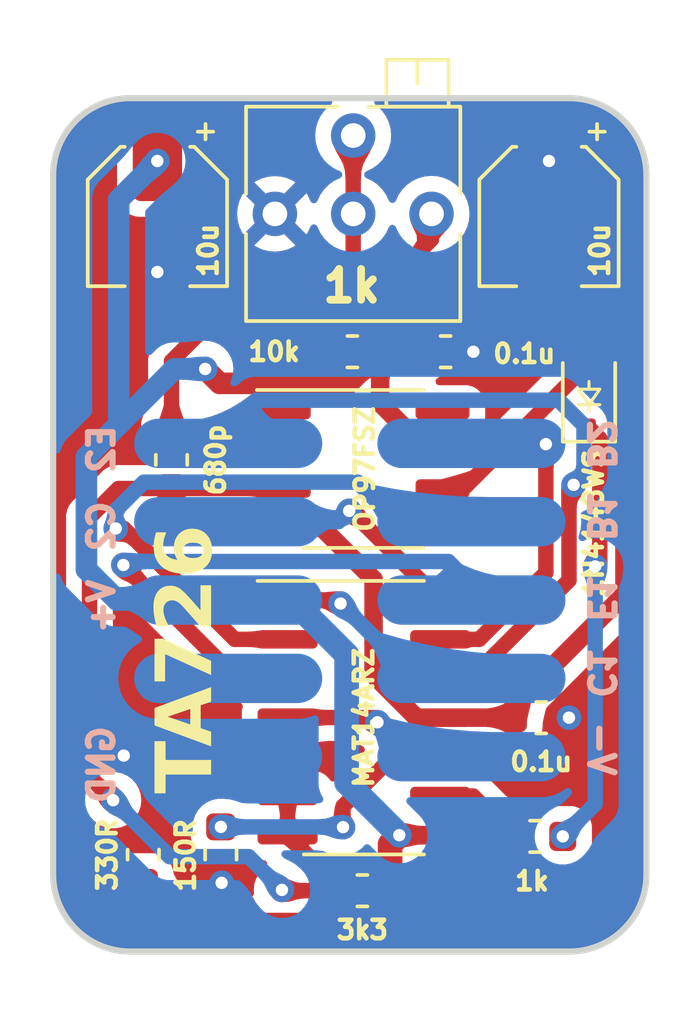
<source format=kicad_pcb>
(kicad_pcb (version 20221018) (generator pcbnew)
  (layers (0 "F.Cu" signal) (31 "B.Cu" signal) (34 "B.Paste" user) (35 "F.Paste" user) (36 "B.SilkS" user "B.Silkscreen") (37 "F.SilkS" user "F.Silkscreen") (38 "B.Mask" user) (39 "F.Mask" user) (44 "Edge.Cuts" user))
  (net 0 "")
  (net 1 "Net-(U2--)")
  (net 2 "Net-(D1-K)")
  (net 3 "Net-(D1-A)")
  (net 4 "/BX")
  (net 5 "/B1")
  (net 6 "/E1")
  (net 7 "/C1")
  (net 8 "VEE")
  (net 9 "/E2")
  (net 10 "/C2")
  (net 11 "VCC")
  (net 12 "GND")
  (net 13 "Net-(R1-Pad1)")
  (net 14 "Net-(U1-B3)")
  (net 15 "Net-(U1-E3)")
  (net 16 "/B2")
  (net 18 "/V-")
  (footprint "Triglav_Modular:R_0603_1608Metric" (layer "F.Cu") (at 204.4954 102.6414 -90)
    (fp_text reference "R2" hide)
    (fp_text value "330R" (at 0 1.1684 90) (layer "F.SilkS") (effects (font (size 0.6 0.6))))
    (fp_line (start -0.162779 -0.51) (end 0.162779 -0.51) (stroke (width 0.12)) (layer "F.SilkS"))
    (fp_line (start -0.162779 0.51) (end 0.162779 0.51) (stroke (width 0.12)) (layer "F.SilkS"))
    (pad "1" smd roundrect (at -0.9 0 270) (size 0.875 0.95) (layers "F.Cu" "F.Paste" "F.Mask") (net 12 "GND"))
    (pad "2" smd roundrect (at 0.9 0 270) (size 0.875 0.95) (layers "F.Cu" "F.Paste" "F.Mask") (net 14 "Net-(U1-B3)"))
  )
  (footprint "Triglav_Modular:R_0603_1608Metric" (layer "F.Cu") (at 217.2 102.05 180)
    (fp_text reference "R5" hide)
    (fp_text value "1k" (at 0.1 -1.45) (layer "F.SilkS") (effects (font (size 0.6 0.6))))
    (fp_line (start -0.162779 -0.51) (end 0.162779 -0.51) (stroke (width 0.12)) (layer "F.SilkS"))
    (fp_line (start -0.162779 0.51) (end 0.162779 0.51) (stroke (width 0.12)) (layer "F.SilkS"))
    (pad "1" smd roundrect (at -0.9 0 180) (size 0.875 0.95) (layers "F.Cu" "F.Paste" "F.Mask") (net 2 "Net-(D1-K)"))
    (pad "2" smd roundrect (at 0.9 0 180) (size 0.875 0.95) (layers "F.Cu" "F.Paste" "F.Mask") (net 14 "Net-(U1-B3)"))
  )
  (footprint "Potentiometer_THT:Potentiometer_Bourns_3266P_Horizontal" (layer "F.Cu") (at 213.8426 81.8642 -90)
    (fp_text reference "RV1" hide)
    (fp_text value "1k" (at 2.3358 2.5926 -180) (layer "F.SilkS") (effects (font (thickness 0.25) bold)))
    (fp_line (start -4.995 -0.555) (end -4.995 1.465) (stroke (width 0.12)) (layer "F.SilkS"))
    (fp_line (start -4.995 -0.555) (end -3.476 -0.555) (stroke (width 0.12)) (layer "F.SilkS"))
    (fp_line (start -4.995 0.455) (end -4.236 0.455) (stroke (width 0.12)) (layer "F.SilkS"))
    (fp_line (start -4.995 1.465) (end -3.476 1.465) (stroke (width 0.12)) (layer "F.SilkS"))
    (fp_line (start -3.476 -0.555) (end -3.476 1.465) (stroke (width 0.12)) (layer "F.SilkS"))
    (fp_line (start -3.475 -0.935) (end -3.475 2.045) (stroke (width 0.12)) (layer "F.SilkS"))
    (fp_line (start -3.475 -0.935) (end -0.649 -0.935) (stroke (width 0.12)) (layer "F.SilkS"))
    (fp_line (start -3.475 3.036) (end -3.475 6.015) (stroke (width 0.12)) (layer "F.SilkS"))
    (fp_line (start -3.475 6.015) (end -0.649 6.015) (stroke (width 0.12)) (layer "F.SilkS"))
    (fp_line (start 0.65 -0.935) (end 3.475 -0.935) (stroke (width 0.12)) (layer "F.SilkS"))
    (fp_line (start 0.65 6.015) (end 3.475 6.015) (stroke (width 0.12)) (layer "F.SilkS"))
    (fp_line (start 3.475 -0.935) (end 3.475 6.015) (stroke (width 0.12)) (layer "F.SilkS"))
    (pad "1" thru_hole circle (at 0 0 270) (size 1.44 1.44) (drill 0.8) (layers "*.Cu" "*.Mask") (net 13 "Net-(R1-Pad1)"))
    (pad "2" thru_hole circle (at -2.54 2.54 270) (size 1.44 1.44) (drill 0.8) (layers "*.Cu" "*.Mask") (net 1 "Net-(U2--)"))
    (pad "2" thru_hole circle (at 0 2.54 270) (size 1.44 1.44) (drill 0.8) (layers "*.Cu" "*.Mask") (net 1 "Net-(U2--)"))
    (pad "3" thru_hole circle (at 0 5.08 270) (size 1.44 1.44) (drill 0.8) (layers "*.Cu" "*.Mask") (net 12 "GND"))
  )
  (footprint "Triglav_Modular:CP_Elec_4x5.8" (layer "F.Cu") (at 217.6526 81.95 -90)
    (fp_text reference "C13")
    (fp_text value "10u" (at 1.1 -1.646693 90) (layer "F.SilkS") (effects (font (size 0.6 0.6))))
    (fp_line (start -3 -1.56) (end -2.5 -1.56) (stroke (width 0.12)) (layer "F.SilkS"))
    (fp_line (start -2.75 -1.81) (end -2.75 -1.31) (stroke (width 0.12)) (layer "F.SilkS"))
    (fp_line (start -2.26 -1.195563) (end -2.26 -1.06) (stroke (width 0.12)) (layer "F.SilkS"))
    (fp_line (start -2.26 -1.195563) (end -1.195563 -2.26) (stroke (width 0.12)) (layer "F.SilkS"))
    (fp_line (start -2.26 1.195563) (end -2.26 1.06) (stroke (width 0.12)) (layer "F.SilkS"))
    (fp_line (start -2.26 1.195563) (end -1.195563 2.26) (stroke (width 0.12)) (layer "F.SilkS"))
    (fp_line (start -1.195563 -2.26) (end 2.26 -2.26) (stroke (width 0.12)) (layer "F.SilkS"))
    (fp_line (start -1.195563 2.26) (end 2.26 2.26) (stroke (width 0.12)) (layer "F.SilkS"))
    (fp_line (start 2.26 -2.26) (end 2.26 -1.06) (stroke (width 0.12)) (layer "F.SilkS"))
    (fp_line (start 2.26 2.26) (end 2.26 1.06) (stroke (width 0.12)) (layer "F.SilkS"))
    (pad "1" smd roundrect (at -1.8 0 270) (size 2.6 1.6) (layers "F.Cu" "F.Paste" "F.Mask") (roundrect_rratio 0.15625) (net 12 "GND"))
    (pad "2" smd roundrect (at 1.8 0 270) (size 2.6 1.6) (layers "F.Cu" "F.Paste" "F.Mask") (roundrect_rratio 0.15625) (net 8 "VEE"))
  )
  (footprint "Triglav_Modular:C_0603_1608Metric" (layer "F.Cu") (at 205.4098 89.8398 90)
    (fp_text reference "C1" hide)
    (fp_text value "680p" (at 0 1.43 90) (layer "F.SilkS") (effects (font (size 0.6 0.6))))
    (fp_line (start -0.162779 -0.51) (end 0.162779 -0.51) (stroke (width 0.12)) (layer "F.SilkS"))
    (fp_line (start -0.162779 0.51) (end 0.162779 0.51) (stroke (width 0.12)) (layer "F.SilkS"))
    (pad "1" smd roundrect (at -0.9 0 90) (size 0.875 0.95) (layers "F.Cu" "F.Paste" "F.Mask") (net 4 "/BX"))
    (pad "2" smd roundrect (at 0.9 0 90) (size 0.875 0.95) (layers "F.Cu" "F.Paste" "F.Mask") (net 1 "Net-(U2--)"))
  )
  (footprint "Triglav_Modular:C_0603_1608Metric" (layer "F.Cu") (at 217.4 98.2)
    (fp_text reference "C2" hide)
    (fp_text value "0.1u" (at 0 1.43) (layer "F.SilkS") (effects (font (size 0.6 0.6))))
    (fp_line (start -0.162779 -0.51) (end 0.162779 -0.51) (stroke (width 0.12)) (layer "F.SilkS"))
    (fp_line (start -0.162779 0.51) (end 0.162779 0.51) (stroke (width 0.12)) (layer "F.SilkS"))
    (pad "1" smd roundrect (at -0.9 0) (size 0.875 0.95) (layers "F.Cu" "F.Paste" "F.Mask") (net 8 "VEE"))
    (pad "2" smd roundrect (at 0.9 0) (size 0.875 0.95) (layers "F.Cu" "F.Paste" "F.Mask") (net 12 "GND"))
  )
  (footprint "Triglav_Modular:CP_Elec_4x5.8" (layer "F.Cu") (at 204.9526 81.95 -90)
    (fp_text reference "C12")
    (fp_text value "10u" (at 1.1 -1.65 90) (layer "F.SilkS") (effects (font (size 0.6 0.6))))
    (fp_line (start -3 -1.56) (end -2.5 -1.56) (stroke (width 0.12)) (layer "F.SilkS"))
    (fp_line (start -2.75 -1.81) (end -2.75 -1.31) (stroke (width 0.12)) (layer "F.SilkS"))
    (fp_line (start -2.26 -1.195563) (end -2.26 -1.06) (stroke (width 0.12)) (layer "F.SilkS"))
    (fp_line (start -2.26 -1.195563) (end -1.195563 -2.26) (stroke (width 0.12)) (layer "F.SilkS"))
    (fp_line (start -2.26 1.195563) (end -2.26 1.06) (stroke (width 0.12)) (layer "F.SilkS"))
    (fp_line (start -2.26 1.195563) (end -1.195563 2.26) (stroke (width 0.12)) (layer "F.SilkS"))
    (fp_line (start -1.195563 -2.26) (end 2.26 -2.26) (stroke (width 0.12)) (layer "F.SilkS"))
    (fp_line (start -1.195563 2.26) (end 2.26 2.26) (stroke (width 0.12)) (layer "F.SilkS"))
    (fp_line (start 2.26 -2.26) (end 2.26 -1.06) (stroke (width 0.12)) (layer "F.SilkS"))
    (fp_line (start 2.26 2.26) (end 2.26 1.06) (stroke (width 0.12)) (layer "F.SilkS"))
    (pad "1" smd roundrect (at -1.8 0 270) (size 2.6 1.6) (layers "F.Cu" "F.Paste" "F.Mask") (roundrect_rratio 0.15625) (net 11 "VCC"))
    (pad "2" smd roundrect (at 1.8 0 270) (size 2.6 1.6) (layers "F.Cu" "F.Paste" "F.Mask") (roundrect_rratio 0.15625) (net 12 "GND"))
  )
  (footprint "Triglav_Modular:R_0603_1608Metric" (layer "F.Cu") (at 211.6 103.8098 180)
    (fp_text reference "R4" hide)
    (fp_text value "3k3" (at 0 -1.2728) (layer "F.SilkS") (effects (font (size 0.6 0.6))))
    (fp_line (start -0.162779 -0.51) (end 0.162779 -0.51) (stroke (width 0.12)) (layer "F.SilkS"))
    (fp_line (start -0.162779 0.51) (end 0.162779 0.51) (stroke (width 0.12)) (layer "F.SilkS"))
    (pad "1" smd roundrect (at -0.9 0 180) (size 0.875 0.95) (layers "F.Cu" "F.Paste" "F.Mask") (net 11 "VCC"))
    (pad "2" smd roundrect (at 0.9 0 180) (size 0.875 0.95) (layers "F.Cu" "F.Paste" "F.Mask") (net 4 "/BX"))
  )
  (footprint "Triglav_Modular:C_0603_1608Metric" (layer "F.Cu") (at 214.3 86.3346)
    (fp_text reference "C3" hide)
    (fp_text value "0.1u" (at 2.55 0.0654) (layer "F.SilkS") (effects (font (size 0.6 0.6))))
    (fp_line (start -0.162779 -0.51) (end 0.162779 -0.51) (stroke (width 0.12)) (layer "F.SilkS"))
    (fp_line (start -0.162779 0.51) (end 0.162779 0.51) (stroke (width 0.12)) (layer "F.SilkS"))
    (pad "1" smd roundrect (at -0.9 0) (size 0.875 0.95) (layers "F.Cu" "F.Paste" "F.Mask") (net 11 "VCC"))
    (pad "2" smd roundrect (at 0.9 0) (size 0.875 0.95) (layers "F.Cu" "F.Paste" "F.Mask") (net 12 "GND"))
  )
  (footprint "Triglav_Modular:R_0603_1608Metric" (layer "F.Cu") (at 211.2772 86.3346)
    (fp_text reference "R1" hide)
    (fp_text value "10k" (at -2.54 0) (layer "F.SilkS") (effects (font (size 0.6 0.6))))
    (fp_line (start -0.162779 -0.51) (end 0.162779 -0.51) (stroke (width 0.12)) (layer "F.SilkS"))
    (fp_line (start -0.162779 0.51) (end 0.162779 0.51) (stroke (width 0.12)) (layer "F.SilkS"))
    (pad "1" smd roundrect (at -0.9 0) (size 0.875 0.95) (layers "F.Cu" "F.Paste" "F.Mask") (net 13 "Net-(R1-Pad1)"))
    (pad "2" smd roundrect (at 0.9 0) (size 0.875 0.95) (layers "F.Cu" "F.Paste" "F.Mask") (net 11 "VCC"))
  )
  (footprint "Triglav_Modular:SO-8_3.9x4.9mm_P1.27mm" (layer "F.Cu") (at 211.625 90.135)
    (fp_text reference "U2" hide)
    (fp_text value "OP97FSZ" (at 0.05 0 90) (layer "F.SilkS") (effects (font (size 0.6 0.6))))
    (fp_line (start 0 -2.56) (end -3.45 -2.56) (stroke (width 0.12)) (layer "F.SilkS"))
    (fp_line (start 0 -2.56) (end 1.95 -2.56) (stroke (width 0.12)) (layer "F.SilkS"))
    (fp_line (start 0 2.56) (end -1.95 2.56) (stroke (width 0.12)) (layer "F.SilkS"))
    (fp_line (start 0 2.56) (end 1.95 2.56) (stroke (width 0.12)) (layer "F.SilkS"))
    (pad "1" smd roundrect (at -2.575 -1.905) (size 1.75 0.6) (layers "F.Cu" "F.Paste" "F.Mask"))
    (pad "2" smd roundrect (at -2.575 -0.635) (size 1.75 0.6) (layers "F.Cu" "F.Paste" "F.Mask") (net 1 "Net-(U2--)"))
    (pad "3" smd roundrect (at -2.575 0.635) (size 1.75 0.6) (layers "F.Cu" "F.Paste" "F.Mask") (net 4 "/BX"))
    (pad "4" smd roundrect (at -2.575 1.905) (size 1.75 0.6) (layers "F.Cu" "F.Paste" "F.Mask") (net 8 "VEE"))
    (pad "5" smd roundrect (at 2.575 1.905) (size 1.75 0.6) (layers "F.Cu" "F.Paste" "F.Mask"))
    (pad "6" smd roundrect (at 2.575 0.635) (size 1.75 0.6) (layers "F.Cu" "F.Paste" "F.Mask") (net 3 "Net-(D1-A)"))
    (pad "7" smd roundrect (at 2.575 -0.635) (size 1.75 0.6) (layers "F.Cu" "F.Paste" "F.Mask") (net 11 "VCC"))
    (pad "8" smd roundrect (at 2.575 -1.905) (size 1.75 0.6) (layers "F.Cu" "F.Paste" "F.Mask"))
  )
  (footprint "Triglav_Modular:R_0603_1608Metric" (layer "F.Cu") (at 207.01 102.6414 -90)
    (fp_text reference "R3" hide)
    (fp_text value "150R" (at 0.0254 1.143 90) (layer "F.SilkS") (effects (font (size 0.6 0.6))))
    (fp_line (start -0.162779 -0.51) (end 0.162779 -0.51) (stroke (width 0.12)) (layer "F.SilkS"))
    (fp_line (start -0.162779 0.51) (end 0.162779 0.51) (stroke (width 0.12)) (layer "F.SilkS"))
    (pad "1" smd roundrect (at -0.9 0 270) (size 0.875 0.95) (layers "F.Cu" "F.Paste" "F.Mask") (net 15 "Net-(U1-E3)"))
    (pad "2" smd roundrect (at 0.9 0 270) (size 0.875 0.95) (layers "F.Cu" "F.Paste" "F.Mask") (net 12 "GND"))
  )
  (footprint "Triglav_Modular:SO-14_3.9x8.65mm_P1.27mm" (layer "F.Cu") (at 211.65 98.2)
    (fp_text reference "U1" hide)
    (fp_text value "MAT14ARZ" (at 0 0 90) (layer "F.SilkS") (effects (font (size 0.6 0.6))))
    (fp_line (start 0 -4.435) (end -3.45 -4.435) (stroke (width 0.12)) (layer "F.SilkS"))
    (fp_line (start 0 -4.435) (end 1.95 -4.435) (stroke (width 0.12)) (layer "F.SilkS"))
    (fp_line (start 0 4.435) (end -1.95 4.435) (stroke (width 0.12)) (layer "F.SilkS"))
    (fp_line (start 0 4.435) (end 1.95 4.435) (stroke (width 0.12)) (layer "F.SilkS"))
    (pad "1" smd roundrect (at -2.475 -3.81) (size 1.95 0.6) (layers "F.Cu" "F.Paste" "F.Mask") (net 7 "/C1"))
    (pad "2" smd roundrect (at -2.475 -2.54) (size 1.95 0.6) (layers "F.Cu" "F.Paste" "F.Mask") (net 5 "/B1"))
    (pad "3" smd roundrect (at -2.475 -1.27) (size 1.95 0.6) (layers "F.Cu" "F.Paste" "F.Mask") (net 6 "/E1"))
    (pad "4" smd roundrect (at -2.475 0) (size 1.95 0.6) (layers "F.Cu" "F.Paste" "F.Mask") (net 18 "/V-"))
    (pad "5" smd roundrect (at -2.475 1.27) (size 1.95 0.6) (layers "F.Cu" "F.Paste" "F.Mask") (net 12 "GND"))
    (pad "6" smd roundrect (at -2.475 2.54) (size 1.95 0.6) (layers "F.Cu" "F.Paste" "F.Mask") (net 4 "/BX"))
    (pad "7" smd roundrect (at -2.475 3.81) (size 1.95 0.6) (layers "F.Cu" "F.Paste" "F.Mask") (net 4 "/BX"))
    (pad "8" smd roundrect (at 2.475 3.81) (size 1.95 0.6) (layers "F.Cu" "F.Paste" "F.Mask") (net 11 "VCC"))
    (pad "9" smd roundrect (at 2.475 2.54) (size 1.95 0.6) (layers "F.Cu" "F.Paste" "F.Mask") (net 14 "Net-(U1-B3)"))
    (pad "10" smd roundrect (at 2.475 1.27) (size 1.95 0.6) (layers "F.Cu" "F.Paste" "F.Mask") (net 15 "Net-(U1-E3)"))
    (pad "11" smd roundrect (at 2.475 0) (size 1.95 0.6) (layers "F.Cu" "F.Paste" "F.Mask") (net 8 "VEE"))
    (pad "12" smd roundrect (at 2.475 -1.27) (size 1.95 0.6) (layers "F.Cu" "F.Paste" "F.Mask") (net 9 "/E2"))
    (pad "13" smd roundrect (at 2.475 -2.54) (size 1.95 0.6) (layers "F.Cu" "F.Paste" "F.Mask") (net 16 "/B2"))
    (pad "14" smd roundrect (at 2.475 -3.81) (size 1.95 0.6) (layers "F.Cu" "F.Paste" "F.Mask") (net 10 "/C2"))
  )
  (footprint "Triglav_Modular:D_SOD-323" (layer "F.Cu") (at 218.95 87.75 90)
    (fp_text reference "D1")
    (fp_text value "1N4148WS" (at -4.15 0.15 90) (layer "F.SilkS") (effects (font (size 0.6 0.6))))
    (fp_line (start -1.5 -0.85) (end -1.5 0.85) (stroke (width 0.12)) (layer "F.SilkS"))
    (fp_line (start -1.5 -0.85) (end 1.05 -0.85) (stroke (width 0.12)) (layer "F.SilkS"))
    (fp_line (start -1.5 0.85) (end 1.05 0.85) (stroke (width 0.12)) (layer "F.SilkS"))
    (fp_line (start -0.3 -0.35) (end -0.3 0.35) (stroke (width 0.1)) (layer "F.SilkS"))
    (fp_line (start -0.3 0) (end -0.5 0) (stroke (width 0.1)) (layer "F.SilkS"))
    (fp_line (start -0.3 0) (end 0.2 -0.35) (stroke (width 0.1)) (layer "F.SilkS"))
    (fp_line (start 0.2 -0.35) (end 0.2 0.35) (stroke (width 0.1)) (layer "F.SilkS"))
    (fp_line (start 0.2 0) (end 0.45 0) (stroke (width 0.1)) (layer "F.SilkS"))
    (fp_line (start 0.2 0.35) (end -0.3 0) (stroke (width 0.1)) (layer "F.SilkS"))
    (pad "1" smd roundrect (at -1.05 0 90) (size 0.6 0.45) (layers "F.Cu" "F.Paste" "F.Mask") (net 2 "Net-(D1-K)"))
    (pad "2" smd roundrect (at 1.05 0 90) (size 0.6 0.45) (layers "F.Cu" "F.Paste" "F.Mask") (net 3 "Net-(D1-A)"))
  )
  (footprint "Package_DIP:DIP-10_W8.89mm_SMDSocket_LongPads" (layer "B.Cu") (at 211.192463 94.3864)
    (fp_text reference "J1" hide)
    (fp_text value "Conn_02x05_Counter_Clockwise" hide)
    (pad "1" smd oval (at -4.445 5.08) (size 6.1 1.6) (drill (offset 0.5 0)) (layers "B.Cu" "B.Paste" "B.Mask") (net 12 "GND"))
    (pad "2" smd oval (at -4.445 2.54) (size 6.1 1.6) (drill (offset 0.5 0)) (layers "B.Cu" "B.Paste" "B.Mask"))
    (pad "3" smd oval (at -4.445 0) (size 6.1 1.6) (drill (offset 0.5 0)) (layers "B.Cu" "B.Paste" "B.Mask") (net 11 "VCC"))
    (pad "4" smd oval (at -4.445 -2.54) (size 6.1 1.6) (drill (offset 0.5 0)) (layers "B.Cu" "B.Paste" "B.Mask") (net 10 "/C2"))
    (pad "5" smd oval (at -4.445 -5.08) (size 6.1 1.6) (drill (offset 0.5 0)) (layers "B.Cu" "B.Paste" "B.Mask") (net 9 "/E2"))
    (pad "6" smd oval (at 4.445 -5.08) (size 6.1 1.6) (drill (offset -0.5 0)) (layers "B.Cu" "B.Paste" "B.Mask") (net 16 "/B2"))
    (pad "7" smd oval (at 4.445 -2.54) (size 6.1 1.6) (drill (offset -0.5 0)) (layers "B.Cu" "B.Paste" "B.Mask") (net 5 "/B1"))
    (pad "8" smd oval (at 4.445 0) (size 6.1 1.6) (drill (offset -0.5 0)) (layers "B.Cu" "B.Paste" "B.Mask") (net 6 "/E1"))
    (pad "9" smd oval (at 4.445 2.54) (size 6.1 1.6) (drill (offset -0.5 0)) (layers "B.Cu" "B.Paste" "B.Mask") (net 7 "/C1"))
    (pad "10" smd oval (at 4.445 5.08) (size 6.1 1.6) (drill (offset -0.5 0)) (layers "B.Cu" "B.Paste" "B.Mask") (net 18 "/V-"))
  )
  (gr_line (start 220.8134 80.613) (end 220.8134 103.283) (stroke (width 0.2)) (layer "Edge.Cuts"))
  (gr_arc (start 218.313726 78.113326) (mid 220.081246 78.845473) (end 220.8134 80.613) (stroke (width 0.2)) (layer "Edge.Cuts"))
  (gr_line (start 204.0712 78.113326) (end 218.313726 78.113326) (stroke (width 0.2)) (layer "Edge.Cuts"))
  (gr_line (start 218.313726 105.782674) (end 204.0712 105.782674) (stroke (width 0.2)) (layer "Edge.Cuts"))
  (gr_arc (start 204.0712 105.782674) (mid 202.303664 105.050536) (end 201.571526 103.283) (stroke (width 0.2)) (layer "Edge.Cuts"))
  (gr_arc (start 201.571526 80.613) (mid 202.303664 78.845464) (end 204.0712 78.113326) (stroke (width 0.2)) (layer "Edge.Cuts"))
  (gr_line (start 201.571526 103.283) (end 201.571526 80.613) (stroke (width 0.2)) (layer "Edge.Cuts"))
  (gr_arc (start 220.8134 103.283) (mid 220.081264 105.050546) (end 218.313726 105.782674) (stroke (width 0.2)) (layer "Edge.Cuts"))
  (gr_text "GND" (at 203.6064 98.3742 90) (layer "B.SilkS") (effects (font (size 0.8 0.8) (thickness 0.2) bold) (justify left bottom mirror)))
  (gr_text "V-" (at 218.8718 100.1776 270) (layer "B.SilkS") (effects (font (size 0.8 0.8) (thickness 0.2) bold) (justify left bottom mirror)))
  (gr_text "C2" (at 203.6064 91.0844 90) (layer "B.SilkS") (effects (font (size 0.8 0.8) (thickness 0.2) bold) (justify left bottom mirror)))
  (gr_text "B1" (at 218.8718 92.583 270) (layer "B.SilkS") (effects (font (size 0.8 0.8) (thickness 0.2) bold) (justify left bottom mirror)))
  (gr_text "C1" (at 218.8718 97.663 -90) (layer "B.SilkS") (effects (font (size 0.8 0.8) (thickness 0.2) bold) (justify left bottom mirror)))
  (gr_text "B2" (at 218.8718 90.2462 270) (layer "B.SilkS") (effects (font (size 0.8 0.8) (thickness 0.2) bold) (justify left bottom mirror)))
  (gr_text "E2" (at 203.6064 88.6206 90) (layer "B.SilkS") (effects (font (size 0.8 0.8) (thickness 0.2) bold) (justify left bottom mirror)))
  (gr_text "E1" (at 218.8718 95.1992 270) (layer "B.SilkS") (effects (font (size 0.8 0.8) (thickness 0.2) bold) (justify left bottom mirror)))
  (gr_text "V+" (at 203.6064 93.6244 90) (layer "B.SilkS") (effects (font (size 0.8 0.8) (thickness 0.2) bold) (justify left bottom mirror)))
  (gr_text "TA726" (at 207 96.3 90) (layer "F.SilkS") (effects (font (size 1.8 1.8) (thickness 0.375) bold) (justify bottom)))
  (segment (start 209.677 85.09) (end 211.3026 83.4644) (width 0.5) (layer "F.Cu") (net 1))
  (segment (start 205.4098 86.6394) (end 206.9592 85.09) (width 0.5) (layer "F.Cu") (net 1))
  (segment (start 205.97 89.5) (end 205.4098 88.9398) (width 0.5) (layer "F.Cu") (net 1))
  (segment (start 205.4098 88.9398) (end 205.4098 86.6394) (width 0.5) (layer "F.Cu") (net 1))
  (segment (start 211.3026 83.4644) (end 211.3026 79.3242) (width 0.5) (layer "F.Cu") (net 1))
  (segment (start 209.05 89.5) (end 205.97 89.5) (width 0.5) (layer "F.Cu") (net 1))
  (segment (start 206.9592 85.09) (end 209.677 85.09) (width 0.5) (layer "F.Cu") (net 1))
  (segment (start 218.1 102.05) (end 218.099999 102.050001) (width 0.5) (layer "F.Cu") (net 2))
  (segment (start 218.95 88.8) (end 219.300499 89.150499) (width 0.5) (layer "F.Cu") (net 2))
  (segment (start 219.300499 89.150499) (end 219.300499 93.146584) (width 0.5) (layer "F.Cu") (net 2))
  (segment (start 219.300499 93.146584) (end 219.1505 93.296583) (width 0.5) (layer "F.Cu") (net 2))
  (segment (start 218.099999 102.050001) (end 218.099998 102.050001) (width 0.5) (layer "F.Cu") (net 2))
  (via (at 219.1505 93.296583) (size 0.8) (drill 0.4) (layers "F.Cu" "B.Cu") (net 2))
  (via (at 218.099998 102.050001) (size 0.8) (drill 0.4) (layers "F.Cu" "B.Cu") (net 2))
  (segment (start 219.1505 93.296583) (end 219.1505 100.999499) (width 0.5) (layer "B.Cu") (net 2))
  (segment (start 219.1505 100.999499) (end 218.099998 102.050001) (width 0.5) (layer "B.Cu") (net 2))
  (segment (start 214.88 90.77) (end 218.95 86.7) (width 0.5) (layer "F.Cu") (net 3))
  (segment (start 214.2 90.77) (end 214.88 90.77) (width 0.5) (layer "F.Cu") (net 3))
  (segment (start 202.75 100.1086) (end 202.75 91.7061) (width 0.5) (layer "F.Cu") (net 4))
  (segment (start 202.75 91.7061) (end 203.6861 90.77) (width 0.5) (layer "F.Cu") (net 4))
  (segment (start 210.7 103.8098) (end 209.0166 103.8098) (width 0.5) (layer "F.Cu") (net 4))
  (segment (start 209.0166 103.8098) (end 208.9912 103.7844) (width 0.5) (layer "F.Cu") (net 4))
  (segment (start 209.175 102.01) (end 209.175 100.74) (width 0.5) (layer "F.Cu") (net 4))
  (segment (start 203.5175 100.8761) (end 202.75 100.1086) (width 0.5) (layer "F.Cu") (net 4))
  (segment (start 210.7 103.8098) (end 210.7 103.535) (width 0.5) (layer "F.Cu") (net 4))
  (segment (start 210.7 103.535) (end 209.175 102.01) (width 0.5) (layer "F.Cu") (net 4))
  (segment (start 203.6861 90.77) (end 209.05 90.77) (width 0.5) (layer "F.Cu") (net 4))
  (via (at 208.9912 103.7844) (size 0.8) (drill 0.4) (layers "F.Cu" "B.Cu") (net 4))
  (via (at 203.5175 100.8761) (size 0.8) (drill 0.4) (layers "F.Cu" "B.Cu") (net 4))
  (segment (start 207.9131 102.7063) (end 208.9912 103.7844) (width 0.5) (layer "B.Cu") (net 4))
  (segment (start 205.3477 102.7063) (end 207.9131 102.7063) (width 0.5) (layer "B.Cu") (net 4))
  (segment (start 203.5175 100.8761) (end 205.3477 102.7063) (width 0.5) (layer "B.Cu") (net 4))
  (segment (start 209.175 95.66) (end 207.46 95.66) (width 0.5) (layer "F.Cu") (net 5))
  (segment (start 203.866322 92.066322) (end 203.60217 92.066322) (width 0.5) (layer "F.Cu") (net 5))
  (segment (start 207.46 95.66) (end 203.866322 92.066322) (width 0.5) (layer "F.Cu") (net 5))
  (via (at 203.60217 92.066322) (size 0.8) (drill 0.4) (layers "F.Cu" "B.Cu") (net 5))
  (segment (start 211.441299 90.562699) (end 204.513397 90.562699) (width 0.5) (layer "B.Cu") (net 5))
  (segment (start 212.725 91.8464) (end 211.441299 90.562699) (width 0.5) (layer "B.Cu") (net 5))
  (segment (start 203.60217 91.473926) (end 203.60217 92.066322) (width 0.5) (layer "B.Cu") (net 5))
  (segment (start 204.513397 90.562699) (end 203.60217 91.473926) (width 0.5) (layer "B.Cu") (net 5))
  (segment (start 209.095 96.95) (end 207.548624 96.95) (width 0.5) (layer "F.Cu") (net 6))
  (segment (start 207.548624 96.95) (end 203.848512 93.249888) (width 0.5) (layer "F.Cu") (net 6))
  (via (at 203.848512 93.249888) (size 0.8) (drill 0.4) (layers "F.Cu" "B.Cu") (net 6))
  (segment (start 203.962 93.1364) (end 203.848512 93.249888) (width 0.5) (layer "B.Cu") (net 6))
  (segment (start 215.637463 94.3864) (end 214.387463 93.1364) (width 0.5) (layer "B.Cu") (net 6))
  (segment (start 214.387463 93.1364) (end 203.962 93.1364) (width 0.5) (layer "B.Cu") (net 6))
  (segment (start 210.782227 94.39) (end 209.175 94.39) (width 0.5) (layer "F.Cu") (net 7))
  (segment (start 210.892336 94.500109) (end 210.782227 94.39) (width 0.5) (layer "F.Cu") (net 7))
  (via (at 210.892336 94.500109) (size 0.8) (drill 0.4) (layers "F.Cu" "B.Cu") (net 7))
  (segment (start 213.318627 96.9264) (end 210.892336 94.500109) (width 0.5) (layer "B.Cu") (net 7))
  (segment (start 220.1 94.2) (end 220.1 85.624695) (width 0.6) (layer "F.Cu") (net 8))
  (segment (start 216.5 97.8) (end 220.1 94.2) (width 0.6) (layer "F.Cu") (net 8))
  (segment (start 211.963 93.713) (end 210.29 92.04) (width 0.6) (layer "F.Cu") (net 8))
  (segment (start 216.5 98.2) (end 216.5 97.8) (width 0.6) (layer "F.Cu") (net 8))
  (segment (start 213.354707 98.2) (end 211.963 96.808293) (width 0.6) (layer "F.Cu") (net 8))
  (segment (start 218.225305 83.75) (end 217.653307 83.75) (width 0.6) (layer "F.Cu") (net 8))
  (segment (start 214.125 98.2) (end 216.5 98.2) (width 0.6) (layer "F.Cu") (net 8))
  (segment (start 220.1 85.624695) (end 218.225305 83.75) (width 0.6) (layer "F.Cu") (net 8))
  (segment (start 211.963 96.808293) (end 211.963 93.713) (width 0.6) (layer "F.Cu") (net 8))
  (segment (start 210.29 92.04) (end 209.05 92.04) (width 0.6) (layer "F.Cu") (net 8))
  (segment (start 214.125 98.2) (end 213.354707 98.2) (width 0.6) (layer "F.Cu") (net 8))
  (segment (start 218.301 93.748458) (end 218.301 90.799999) (width 0.5) (layer "F.Cu") (net 9))
  (segment (start 218.301 90.799999) (end 218.450999 90.65) (width 0.5) (layer "F.Cu") (net 9))
  (segment (start 215.119458 96.93) (end 218.301 93.748458) (width 0.5) (layer "F.Cu") (net 9))
  (segment (start 214.125 96.93) (end 215.119458 96.93) (width 0.5) (layer "F.Cu") (net 9))
  (via (at 218.450999 90.65) (size 0.8) (drill 0.4) (layers "F.Cu" "B.Cu") (net 9))
  (segment (start 218.787463 88.726501) (end 218.787463 90.313536) (width 0.5) (layer "B.Cu") (net 9))
  (segment (start 208.147463 87.9064) (end 217.967362 87.9064) (width 0.5) (layer "B.Cu") (net 9))
  (segment (start 217.967362 87.9064) (end 218.787463 88.726501) (width 0.5) (layer "B.Cu") (net 9))
  (segment (start 206.747463 89.3064) (end 208.147463 87.9064) (width 0.5) (layer "B.Cu") (net 9))
  (segment (start 218.787463 90.313536) (end 218.450999 90.65) (width 0.5) (layer "B.Cu") (net 9))
  (segment (start 214.125 94.39) (end 211.229588 91.494588) (width 0.5) (layer "F.Cu") (net 10))
  (segment (start 211.229588 91.494588) (end 211.171812 91.494588) (width 0.5) (layer "F.Cu") (net 10))
  (via (at 211.171812 91.494588) (size 0.8) (drill 0.4) (layers "F.Cu" "B.Cu") (net 10))
  (segment (start 210.82 91.8464) (end 211.171812 91.494588) (width 0.5) (layer "B.Cu") (net 10))
  (segment (start 206.747463 91.8464) (end 210.82 91.8464) (width 0.5) (layer "B.Cu") (net 10))
  (segment (start 212.5 103.8098) (end 212.5 102.3076) (width 0.8) (layer "F.Cu") (net 11))
  (segment (start 212.7976 102.01) (end 214.125 102.01) (width 0.6) (layer "F.Cu") (net 11))
  (segment (start 212.1772 86.3346) (end 211.487465 87.024335) (width 0.7) (layer "F.Cu") (net 11))
  (segment (start 213.675761 89.5) (end 212.1772 88.001439) (width 0.6) (layer "F.Cu") (net 11))
  (segment (start 211.1522 87.3596) (end 206.9682 87.3596) (width 0.7) (layer "F.Cu") (net 11))
  (segment (start 212.1772 86.334598) (end 213.399998 86.334598) (width 0.8) (layer "F.Cu") (net 11))
  (segment (start 211.487465 87.024335) (end 211.1522 87.3596) (width 0.7) (layer "F.Cu") (net 11))
  (segment (start 212.5 102.3076) (end 212.7976 102.01) (width 0.8) (layer "F.Cu") (net 11))
  (segment (start 212.1772 88.001439) (end 212.1772 86.3346) (width 0.6) (layer "F.Cu") (net 11))
  (segment (start 206.9682 87.3596) (end 206.502 86.8934) (width 0.7) (layer "F.Cu") (net 11))
  (segment (start 211.487465 87.024335) (end 212.1772 86.334598) (width 0.7) (layer "F.Cu") (net 11))
  (via (at 206.502 86.8934) (size 0.8) (drill 0.4) (layers "F.Cu" "B.Cu") (net 11))
  (via (at 204.95 80.15) (size 0.8) (drill 0.4) (layers "F.Cu" "B.Cu") (net 11))
  (via (at 212.7976 102.01) (size 0.8) (drill 0.4) (layers "F.Cu" "B.Cu") (net 11))
  (segment (start 205.501275 86.8934) (end 203.697337 88.697337) (width 0.7) (layer "B.Cu") (net 11))
  (segment (start 202.65 93.394172) (end 203.642228 94.3864) (width 0.7) (layer "B.Cu") (net 11))
  (segment (start 211.09 100.3024) (end 211.09 96.155) (width 0.8) (layer "B.Cu") (net 11))
  (segment (start 203.697337 88.697337) (end 202.65 89.744675) (width 0.7) (layer "B.Cu") (net 11))
  (segment (start 203.697337 81.402663) (end 204.95 80.15) (width 0.7) (layer "B.Cu") (net 11))
  (segment (start 203.642228 94.3864) (end 206.747463 94.3864) (width 0.7) (layer "B.Cu") (net 11))
  (segment (start 212.7976 102.01) (end 211.09 100.3024) (width 0.8) (layer "B.Cu") (net 11))
  (segment (start 203.697337 88.697337) (end 203.697337 81.402663) (width 0.7) (layer "B.Cu") (net 11))
  (segment (start 202.65 89.744675) (end 202.65 93.394172) (width 0.7) (layer "B.Cu") (net 11))
  (segment (start 206.502 86.8934) (end 205.501275 86.8934) (width 0.7) (layer "B.Cu") (net 11))
  (segment (start 211.09 96.155) (end 209.3214 94.3864) (width 0.8) (layer "B.Cu") (net 11))
  (segment (start 204.4954 101.7414) (end 206.7668 99.47) (width 0.5) (layer "F.Cu") (net 12))
  (segment (start 206.7668 99.47) (end 209.175 99.47) (width 0.5) (layer "F.Cu") (net 12))
  (via (at 217.653305 80.150001) (size 0.8) (drill 0.4) (layers "F.Cu" "B.Cu") (net 12))
  (via (at 207.0354 103.5558) (size 0.8) (drill 0.4) (layers "F.Cu" "B.Cu") (net 12))
  (via (at 215.200001 86.334602) (size 0.8) (drill 0.4) (layers "F.Cu" "B.Cu") (net 12))
  (via (at 203.8604 99.43) (size 0.8) (drill 0.4) (layers "F.Cu" "B.Cu") (net 12))
  (via (at 204.95 83.75) (size 0.8) (drill 0.4) (layers "F.Cu" "B.Cu") (net 12))
  (via (at 218.299998 98.2) (size 0.8) (drill 0.4) (layers "F.Cu" "B.Cu") (net 12))
  (segment (start 206.185 99.43) (end 203.8604 99.43) (width 0.5) (layer "B.Cu") (net 12))
  (segment (start 210.3772 86.1568) (end 213.8426 82.6914) (width 0.5) (layer "F.Cu") (net 13))
  (segment (start 213.8426 82.6914) (end 213.8426 81.8642) (width 0.5) (layer "F.Cu") (net 13))
  (segment (start 214.125 100.74) (end 215.19 100.74) (width 0.5) (layer "F.Cu") (net 14))
  (segment (start 205.729 104.775) (end 204.4954 103.5414) (width 0.5) (layer "F.Cu") (net 14))
  (segment (start 216.3 101.85) (end 216.3 102.05) (width 0.5) (layer "F.Cu") (net 14))
  (segment (start 213.575 104.775) (end 205.729 104.775) (width 0.5) (layer "F.Cu") (net 14))
  (segment (start 215.19 100.74) (end 216.3 101.85) (width 0.5) (layer "F.Cu") (net 14))
  (segment (start 216.3 102.05) (end 213.575 104.775) (width 0.5) (layer "F.Cu") (net 14))
  (segment (start 212.576575 99.47) (end 210.9724 101.074175) (width 0.5) (layer "F.Cu") (net 15))
  (segment (start 210.9724 101.074175) (end 210.9724 101.75) (width 0.5) (layer "F.Cu") (net 15))
  (segment (start 214.125 99.47) (end 212.576575 99.47) (width 0.5) (layer "F.Cu") (net 15))
  (via (at 207.01 101.741398) (size 0.8) (drill 0.4) (layers "F.Cu" "B.Cu") (net 15))
  (via (at 210.9724 101.75) (size 0.8) (drill 0.4) (layers "F.Cu" "B.Cu") (net 15))
  (segment (start 210.963798 101.741398) (end 210.9724 101.75) (width 0.5) (layer "B.Cu") (net 15))
  (segment (start 207.01 101.741398) (end 210.963798 101.741398) (width 0.5) (layer "B.Cu") (net 15))
  (segment (start 214.125 95.66) (end 215.39 95.66) (width 0.5) (layer "F.Cu") (net 16))
  (segment (start 215.39 95.66) (end 217.551399 93.498601) (width 0.5) (layer "F.Cu") (net 16))
  (segment (start 217.551399 93.498601) (end 217.551399 89.3318) (width 0.5) (layer "F.Cu") (net 16))
  (via (at 217.551399 89.3318) (size 0.8) (drill 0.4) (layers "F.Cu" "B.Cu") (net 16))
  (segment (start 211.9376 98.1964) (end 212.09 98.3488) (width 0.5) (layer "F.Cu") (net 18))
  (segment (start 209.1786 98.1964) (end 211.9376 98.1964) (width 0.5) (layer "F.Cu") (net 18))
  (via (at 212.09 98.3488) (size 0.8) (drill 0.4) (layers "F.Cu" "B.Cu") (net 18))
  (segment (start 213.2076 99.4664) (end 212.09 98.3488) (width 0.5) (layer "B.Cu") (net 18))
  (zone (net 12) (net_name "GND") (layers "F&B.Cu") (connect_pads thru_hole_only (clearance 0.508)) (min_thickness 0.25) (fill yes (thermal_gap 0.5) (thermal_bridge_width 0.5))
    (polygon (pts (xy 199.8472 74.93) (xy 222.3516 74.93) (xy 222.3516 108.1278) (xy 222.461 108.0184) (xy 200.055374 108.0184) (xy 199.8472 107.95)))
  )
)
</source>
